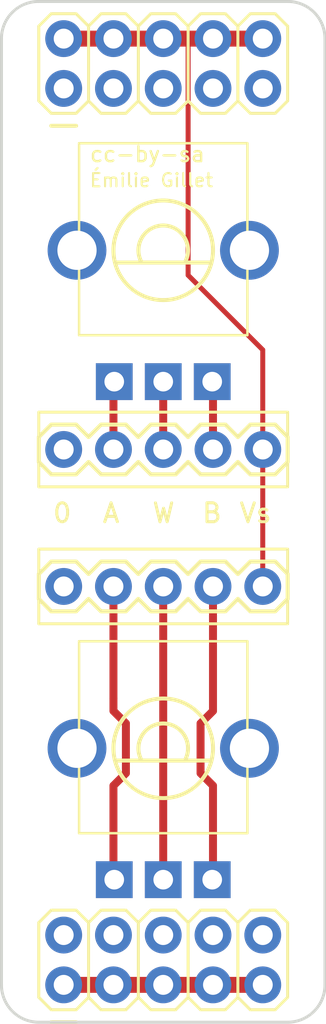
<source format=kicad_pcb>
(kicad_pcb (version 20171130) (host pcbnew 5.0.2+dfsg1-1)

  (general
    (thickness 1.6)
    (drawings 23)
    (tracks 32)
    (zones 0)
    (modules 6)
    (nets 10)
  )

  (page A4)
  (layers
    (0 Top signal)
    (31 Bottom signal)
    (32 B.Adhes user)
    (33 F.Adhes user)
    (34 B.Paste user)
    (35 F.Paste user)
    (36 B.SilkS user)
    (37 F.SilkS user)
    (38 B.Mask user)
    (39 F.Mask user)
    (40 Dwgs.User user)
    (41 Cmts.User user)
    (42 Eco1.User user)
    (43 Eco2.User user)
    (44 Edge.Cuts user)
    (45 Margin user)
    (46 B.CrtYd user)
    (47 F.CrtYd user)
    (48 B.Fab user)
    (49 F.Fab user)
  )

  (setup
    (last_trace_width 0.25)
    (trace_clearance 0.2)
    (zone_clearance 0.508)
    (zone_45_only no)
    (trace_min 0.2)
    (segment_width 0.2)
    (edge_width 0.15)
    (via_size 0.8)
    (via_drill 0.4)
    (via_min_size 0.4)
    (via_min_drill 0.3)
    (uvia_size 0.3)
    (uvia_drill 0.1)
    (uvias_allowed no)
    (uvia_min_size 0.2)
    (uvia_min_drill 0.1)
    (pcb_text_width 0.3)
    (pcb_text_size 1.5 1.5)
    (mod_edge_width 0.15)
    (mod_text_size 1 1)
    (mod_text_width 0.15)
    (pad_size 1.524 1.524)
    (pad_drill 0.762)
    (pad_to_mask_clearance 0.051)
    (solder_mask_min_width 0.25)
    (aux_axis_origin 0 0)
    (visible_elements FFFFFF7F)
    (pcbplotparams
      (layerselection 0x010fc_ffffffff)
      (usegerberextensions false)
      (usegerberattributes false)
      (usegerberadvancedattributes false)
      (creategerberjobfile false)
      (excludeedgelayer true)
      (linewidth 0.100000)
      (plotframeref false)
      (viasonmask false)
      (mode 1)
      (useauxorigin false)
      (hpglpennumber 1)
      (hpglpenspeed 20)
      (hpglpendiameter 15.000000)
      (psnegative false)
      (psa4output false)
      (plotreference true)
      (plotvalue true)
      (plotinvisibletext false)
      (padsonsilk false)
      (subtractmaskfromsilk false)
      (outputformat 1)
      (mirror false)
      (drillshape 1)
      (scaleselection 1)
      (outputdirectory ""))
  )

  (net 0 "")
  (net 1 GND)
  (net 2 VCC)
  (net 3 VEE)
  (net 4 /N$2)
  (net 5 /N$3)
  (net 6 /N$4)
  (net 7 /N$5)
  (net 8 /N$6)
  (net 9 /N$7)

  (net_class Default "Questo è il gruppo di collegamenti predefinito"
    (clearance 0.2)
    (trace_width 0.25)
    (via_dia 0.8)
    (via_drill 0.4)
    (uvia_dia 0.3)
    (uvia_drill 0.1)
    (add_net /N$2)
    (add_net /N$3)
    (add_net /N$4)
    (add_net /N$5)
    (add_net /N$6)
    (add_net /N$7)
    (add_net GND)
    (add_net VCC)
    (add_net VEE)
  )

  (module AVR_ICSP (layer Top) (tedit 0) (tstamp 5F1FF194)
    (at 148.5011 82.1386 90)
    (descr "<b>PIN HEADER</b>")
    (path /5F1FF39A)
    (fp_text reference JP1 (at -2.794 3.302 180) (layer F.SilkS) hide
      (effects (font (size 0.38608 0.38608) (thickness 0.032512)) (justify right top))
    )
    (fp_text value M05X2PTH (at -2.794 0.254 180) (layer F.Fab) hide
      (effects (font (size 0.38608 0.38608) (thickness 0.032512)) (justify right top))
    )
    (fp_poly (pts (xy 1.016 2.794) (xy 1.524 2.794) (xy 1.524 2.286) (xy 1.016 2.286)) (layer F.Fab) (width 0))
    (fp_poly (pts (xy -1.524 2.794) (xy -1.016 2.794) (xy -1.016 2.286) (xy -1.524 2.286)) (layer F.Fab) (width 0))
    (fp_poly (pts (xy -1.524 5.334) (xy -1.016 5.334) (xy -1.016 4.826) (xy -1.524 4.826)) (layer F.Fab) (width 0))
    (fp_poly (pts (xy 1.016 5.334) (xy 1.524 5.334) (xy 1.524 4.826) (xy 1.016 4.826)) (layer F.Fab) (width 0))
    (fp_poly (pts (xy -1.524 0.254) (xy -1.016 0.254) (xy -1.016 -0.254) (xy -1.524 -0.254)) (layer F.SilkS) (width 0))
    (fp_poly (pts (xy 1.016 0.254) (xy 1.524 0.254) (xy 1.524 -0.254) (xy 1.016 -0.254)) (layer F.Fab) (width 0))
    (fp_poly (pts (xy -1.524 -2.286) (xy -1.016 -2.286) (xy -1.016 -2.794) (xy -1.524 -2.794)) (layer F.Fab) (width 0))
    (fp_poly (pts (xy 1.016 -2.286) (xy 1.524 -2.286) (xy 1.524 -2.794) (xy 1.016 -2.794)) (layer F.Fab) (width 0))
    (fp_poly (pts (xy 1.016 -4.826) (xy 1.524 -4.826) (xy 1.524 -5.334) (xy 1.016 -5.334)) (layer F.Fab) (width 0))
    (fp_poly (pts (xy -1.524 -4.826) (xy -1.016 -4.826) (xy -1.016 -5.334) (xy -1.524 -5.334)) (layer F.Fab) (width 0))
    (fp_line (start -3.175 -5.715) (end -3.175 -4.445) (layer F.SilkS) (width 0.2032))
    (fp_line (start -2.54 4.445) (end -2.54 5.715) (layer F.SilkS) (width 0.1524))
    (fp_line (start 1.905 6.35) (end -1.905 6.35) (layer F.SilkS) (width 0.1524))
    (fp_line (start 2.54 5.715) (end 1.905 6.35) (layer F.SilkS) (width 0.1524))
    (fp_line (start 2.54 4.445) (end 2.54 5.715) (layer F.SilkS) (width 0.1524))
    (fp_line (start 1.905 3.81) (end 2.54 4.445) (layer F.SilkS) (width 0.1524))
    (fp_line (start -2.54 5.715) (end -1.905 6.35) (layer F.SilkS) (width 0.1524))
    (fp_line (start -1.905 3.81) (end -2.54 4.445) (layer F.SilkS) (width 0.1524))
    (fp_line (start -2.54 -5.715) (end -2.54 -4.445) (layer F.SilkS) (width 0.1524))
    (fp_line (start -2.54 -3.175) (end -2.54 -1.905) (layer F.SilkS) (width 0.1524))
    (fp_line (start -2.54 -0.635) (end -2.54 0.635) (layer F.SilkS) (width 0.1524))
    (fp_line (start -2.54 1.905) (end -2.54 3.175) (layer F.SilkS) (width 0.1524))
    (fp_line (start 1.905 3.81) (end -1.905 3.81) (layer F.SilkS) (width 0.1524))
    (fp_line (start 1.905 1.27) (end -1.905 1.27) (layer F.SilkS) (width 0.1524))
    (fp_line (start 1.905 -1.27) (end -1.905 -1.27) (layer F.SilkS) (width 0.1524))
    (fp_line (start 1.905 -3.81) (end -1.905 -3.81) (layer F.SilkS) (width 0.1524))
    (fp_line (start 2.54 3.175) (end 1.905 3.81) (layer F.SilkS) (width 0.1524))
    (fp_line (start 2.54 1.905) (end 2.54 3.175) (layer F.SilkS) (width 0.1524))
    (fp_line (start 1.905 1.27) (end 2.54 1.905) (layer F.SilkS) (width 0.1524))
    (fp_line (start 2.54 0.635) (end 1.905 1.27) (layer F.SilkS) (width 0.1524))
    (fp_line (start 2.54 -0.635) (end 2.54 0.635) (layer F.SilkS) (width 0.1524))
    (fp_line (start 1.905 -1.27) (end 2.54 -0.635) (layer F.SilkS) (width 0.1524))
    (fp_line (start 2.54 -1.905) (end 1.905 -1.27) (layer F.SilkS) (width 0.1524))
    (fp_line (start 2.54 -3.175) (end 2.54 -1.905) (layer F.SilkS) (width 0.1524))
    (fp_line (start 1.905 -3.81) (end 2.54 -3.175) (layer F.SilkS) (width 0.1524))
    (fp_line (start 2.54 -4.445) (end 1.905 -3.81) (layer F.SilkS) (width 0.1524))
    (fp_line (start 2.54 -5.715) (end 2.54 -4.445) (layer F.SilkS) (width 0.1524))
    (fp_line (start 1.905 -6.35) (end 2.54 -5.715) (layer F.SilkS) (width 0.1524))
    (fp_line (start -1.905 -6.35) (end 1.905 -6.35) (layer F.SilkS) (width 0.1524))
    (fp_line (start -2.54 3.175) (end -1.905 3.81) (layer F.SilkS) (width 0.1524))
    (fp_line (start -1.905 1.27) (end -2.54 1.905) (layer F.SilkS) (width 0.1524))
    (fp_line (start -2.54 0.635) (end -1.905 1.27) (layer F.SilkS) (width 0.1524))
    (fp_line (start -1.905 -1.27) (end -2.54 -0.635) (layer F.SilkS) (width 0.1524))
    (fp_line (start -2.54 -1.905) (end -1.905 -1.27) (layer F.SilkS) (width 0.1524))
    (fp_line (start -1.905 -3.81) (end -2.54 -3.175) (layer F.SilkS) (width 0.1524))
    (fp_line (start -2.54 -4.445) (end -1.905 -3.81) (layer F.SilkS) (width 0.1524))
    (fp_line (start -1.905 -6.35) (end -2.54 -5.715) (layer F.SilkS) (width 0.1524))
    (pad 10 thru_hole circle (at 1.27 5.08) (size 1.8796 1.8796) (drill 1.016) (layers *.Cu *.Mask)
      (net 2 VCC) (solder_mask_margin 0.1016))
    (pad 9 thru_hole circle (at -1.27 5.08) (size 1.8796 1.8796) (drill 1.016) (layers *.Cu *.Mask)
      (net 1 GND) (solder_mask_margin 0.1016))
    (pad 8 thru_hole circle (at 1.27 2.54) (size 1.8796 1.8796) (drill 1.016) (layers *.Cu *.Mask)
      (net 2 VCC) (solder_mask_margin 0.1016))
    (pad 7 thru_hole circle (at -1.27 2.54) (size 1.8796 1.8796) (drill 1.016) (layers *.Cu *.Mask)
      (net 1 GND) (solder_mask_margin 0.1016))
    (pad 6 thru_hole circle (at 1.27 0) (size 1.8796 1.8796) (drill 1.016) (layers *.Cu *.Mask)
      (net 2 VCC) (solder_mask_margin 0.1016))
    (pad 5 thru_hole circle (at -1.27 0) (size 1.8796 1.8796) (drill 1.016) (layers *.Cu *.Mask)
      (net 1 GND) (solder_mask_margin 0.1016))
    (pad 4 thru_hole circle (at 1.27 -2.54) (size 1.8796 1.8796) (drill 1.016) (layers *.Cu *.Mask)
      (net 2 VCC) (solder_mask_margin 0.1016))
    (pad 3 thru_hole circle (at -1.27 -2.54) (size 1.8796 1.8796) (drill 1.016) (layers *.Cu *.Mask)
      (net 1 GND) (solder_mask_margin 0.1016))
    (pad 2 thru_hole circle (at 1.27 -5.08) (size 1.8796 1.8796) (drill 1.016) (layers *.Cu *.Mask)
      (net 2 VCC) (solder_mask_margin 0.1016))
    (pad 1 thru_hole circle (at -1.27 -5.08) (size 1.8796 1.8796) (drill 1.016) (layers *.Cu *.Mask)
      (net 1 GND) (solder_mask_margin 0.1016))
  )

  (module AVR_ICSP (layer Top) (tedit 0) (tstamp 5F1FF1D0)
    (at 148.5011 127.8586 90)
    (descr "<b>PIN HEADER</b>")
    (path /5F1FF462)
    (fp_text reference JP2 (at -2.794 3.302 180) (layer F.SilkS) hide
      (effects (font (size 0.38608 0.38608) (thickness 0.032512)) (justify right top))
    )
    (fp_text value M05X2PTH (at -2.794 0.254 180) (layer F.Fab) hide
      (effects (font (size 0.38608 0.38608) (thickness 0.032512)) (justify right top))
    )
    (fp_poly (pts (xy 1.016 2.794) (xy 1.524 2.794) (xy 1.524 2.286) (xy 1.016 2.286)) (layer F.Fab) (width 0))
    (fp_poly (pts (xy -1.524 2.794) (xy -1.016 2.794) (xy -1.016 2.286) (xy -1.524 2.286)) (layer F.Fab) (width 0))
    (fp_poly (pts (xy -1.524 5.334) (xy -1.016 5.334) (xy -1.016 4.826) (xy -1.524 4.826)) (layer F.Fab) (width 0))
    (fp_poly (pts (xy 1.016 5.334) (xy 1.524 5.334) (xy 1.524 4.826) (xy 1.016 4.826)) (layer F.Fab) (width 0))
    (fp_poly (pts (xy -1.524 0.254) (xy -1.016 0.254) (xy -1.016 -0.254) (xy -1.524 -0.254)) (layer F.SilkS) (width 0))
    (fp_poly (pts (xy 1.016 0.254) (xy 1.524 0.254) (xy 1.524 -0.254) (xy 1.016 -0.254)) (layer F.Fab) (width 0))
    (fp_poly (pts (xy -1.524 -2.286) (xy -1.016 -2.286) (xy -1.016 -2.794) (xy -1.524 -2.794)) (layer F.Fab) (width 0))
    (fp_poly (pts (xy 1.016 -2.286) (xy 1.524 -2.286) (xy 1.524 -2.794) (xy 1.016 -2.794)) (layer F.Fab) (width 0))
    (fp_poly (pts (xy 1.016 -4.826) (xy 1.524 -4.826) (xy 1.524 -5.334) (xy 1.016 -5.334)) (layer F.Fab) (width 0))
    (fp_poly (pts (xy -1.524 -4.826) (xy -1.016 -4.826) (xy -1.016 -5.334) (xy -1.524 -5.334)) (layer F.Fab) (width 0))
    (fp_line (start -3.175 -5.715) (end -3.175 -4.445) (layer F.SilkS) (width 0.2032))
    (fp_line (start -2.54 4.445) (end -2.54 5.715) (layer F.SilkS) (width 0.1524))
    (fp_line (start 1.905 6.35) (end -1.905 6.35) (layer F.SilkS) (width 0.1524))
    (fp_line (start 2.54 5.715) (end 1.905 6.35) (layer F.SilkS) (width 0.1524))
    (fp_line (start 2.54 4.445) (end 2.54 5.715) (layer F.SilkS) (width 0.1524))
    (fp_line (start 1.905 3.81) (end 2.54 4.445) (layer F.SilkS) (width 0.1524))
    (fp_line (start -2.54 5.715) (end -1.905 6.35) (layer F.SilkS) (width 0.1524))
    (fp_line (start -1.905 3.81) (end -2.54 4.445) (layer F.SilkS) (width 0.1524))
    (fp_line (start -2.54 -5.715) (end -2.54 -4.445) (layer F.SilkS) (width 0.1524))
    (fp_line (start -2.54 -3.175) (end -2.54 -1.905) (layer F.SilkS) (width 0.1524))
    (fp_line (start -2.54 -0.635) (end -2.54 0.635) (layer F.SilkS) (width 0.1524))
    (fp_line (start -2.54 1.905) (end -2.54 3.175) (layer F.SilkS) (width 0.1524))
    (fp_line (start 1.905 3.81) (end -1.905 3.81) (layer F.SilkS) (width 0.1524))
    (fp_line (start 1.905 1.27) (end -1.905 1.27) (layer F.SilkS) (width 0.1524))
    (fp_line (start 1.905 -1.27) (end -1.905 -1.27) (layer F.SilkS) (width 0.1524))
    (fp_line (start 1.905 -3.81) (end -1.905 -3.81) (layer F.SilkS) (width 0.1524))
    (fp_line (start 2.54 3.175) (end 1.905 3.81) (layer F.SilkS) (width 0.1524))
    (fp_line (start 2.54 1.905) (end 2.54 3.175) (layer F.SilkS) (width 0.1524))
    (fp_line (start 1.905 1.27) (end 2.54 1.905) (layer F.SilkS) (width 0.1524))
    (fp_line (start 2.54 0.635) (end 1.905 1.27) (layer F.SilkS) (width 0.1524))
    (fp_line (start 2.54 -0.635) (end 2.54 0.635) (layer F.SilkS) (width 0.1524))
    (fp_line (start 1.905 -1.27) (end 2.54 -0.635) (layer F.SilkS) (width 0.1524))
    (fp_line (start 2.54 -1.905) (end 1.905 -1.27) (layer F.SilkS) (width 0.1524))
    (fp_line (start 2.54 -3.175) (end 2.54 -1.905) (layer F.SilkS) (width 0.1524))
    (fp_line (start 1.905 -3.81) (end 2.54 -3.175) (layer F.SilkS) (width 0.1524))
    (fp_line (start 2.54 -4.445) (end 1.905 -3.81) (layer F.SilkS) (width 0.1524))
    (fp_line (start 2.54 -5.715) (end 2.54 -4.445) (layer F.SilkS) (width 0.1524))
    (fp_line (start 1.905 -6.35) (end 2.54 -5.715) (layer F.SilkS) (width 0.1524))
    (fp_line (start -1.905 -6.35) (end 1.905 -6.35) (layer F.SilkS) (width 0.1524))
    (fp_line (start -2.54 3.175) (end -1.905 3.81) (layer F.SilkS) (width 0.1524))
    (fp_line (start -1.905 1.27) (end -2.54 1.905) (layer F.SilkS) (width 0.1524))
    (fp_line (start -2.54 0.635) (end -1.905 1.27) (layer F.SilkS) (width 0.1524))
    (fp_line (start -1.905 -1.27) (end -2.54 -0.635) (layer F.SilkS) (width 0.1524))
    (fp_line (start -2.54 -1.905) (end -1.905 -1.27) (layer F.SilkS) (width 0.1524))
    (fp_line (start -1.905 -3.81) (end -2.54 -3.175) (layer F.SilkS) (width 0.1524))
    (fp_line (start -2.54 -4.445) (end -1.905 -3.81) (layer F.SilkS) (width 0.1524))
    (fp_line (start -1.905 -6.35) (end -2.54 -5.715) (layer F.SilkS) (width 0.1524))
    (pad 10 thru_hole circle (at 1.27 5.08) (size 1.8796 1.8796) (drill 1.016) (layers *.Cu *.Mask)
      (net 1 GND) (solder_mask_margin 0.1016))
    (pad 9 thru_hole circle (at -1.27 5.08) (size 1.8796 1.8796) (drill 1.016) (layers *.Cu *.Mask)
      (net 3 VEE) (solder_mask_margin 0.1016))
    (pad 8 thru_hole circle (at 1.27 2.54) (size 1.8796 1.8796) (drill 1.016) (layers *.Cu *.Mask)
      (net 1 GND) (solder_mask_margin 0.1016))
    (pad 7 thru_hole circle (at -1.27 2.54) (size 1.8796 1.8796) (drill 1.016) (layers *.Cu *.Mask)
      (net 3 VEE) (solder_mask_margin 0.1016))
    (pad 6 thru_hole circle (at 1.27 0) (size 1.8796 1.8796) (drill 1.016) (layers *.Cu *.Mask)
      (net 1 GND) (solder_mask_margin 0.1016))
    (pad 5 thru_hole circle (at -1.27 0) (size 1.8796 1.8796) (drill 1.016) (layers *.Cu *.Mask)
      (net 3 VEE) (solder_mask_margin 0.1016))
    (pad 4 thru_hole circle (at 1.27 -2.54) (size 1.8796 1.8796) (drill 1.016) (layers *.Cu *.Mask)
      (net 1 GND) (solder_mask_margin 0.1016))
    (pad 3 thru_hole circle (at -1.27 -2.54) (size 1.8796 1.8796) (drill 1.016) (layers *.Cu *.Mask)
      (net 3 VEE) (solder_mask_margin 0.1016))
    (pad 2 thru_hole circle (at 1.27 -5.08) (size 1.8796 1.8796) (drill 1.016) (layers *.Cu *.Mask)
      (net 1 GND) (solder_mask_margin 0.1016))
    (pad 1 thru_hole circle (at -1.27 -5.08) (size 1.8796 1.8796) (drill 1.016) (layers *.Cu *.Mask)
      (net 3 VEE) (solder_mask_margin 0.1016))
  )

  (module ALPS_POT_VERTICAL (layer Top) (tedit 0) (tstamp 5F1FF20C)
    (at 148.5011 91.6636 180)
    (path /5F1FF8AE)
    (fp_text reference R23 (at 0 0 180) (layer F.SilkS) hide
      (effects (font (size 1.27 1.27) (thickness 0.15)) (justify right top))
    )
    (fp_text value 10kB (at 0 0 180) (layer F.SilkS) hide
      (effects (font (size 1.27 1.27) (thickness 0.15)) (justify right top))
    )
    (fp_circle (center 0 0) (end 2.54 0) (layer F.SilkS) (width 0.2032))
    (fp_line (start -2.45 -0.625) (end 2.425 -0.625) (layer F.SilkS) (width 0.2032))
    (fp_line (start -1.1 -0.625) (end 1.1 -0.625) (layer F.SilkS) (width 0.2032))
    (fp_arc (start 0 0) (end -1.1 -0.625) (angle -239.208901) (layer F.SilkS) (width 0.2032))
    (fp_line (start 4.295 -4.33) (end 4.295 5.46) (layer F.SilkS) (width 0.127))
    (fp_line (start -4.295 -4.33) (end 4.295 -4.33) (layer F.SilkS) (width 0.127))
    (fp_line (start -4.295 5.46) (end -4.295 -4.33) (layer F.SilkS) (width 0.127))
    (fp_line (start 4.295 5.46) (end -4.295 5.46) (layer F.SilkS) (width 0.127))
    (pad P$5 thru_hole circle (at 4.4 0 90) (size 3 3) (drill 2) (layers *.Cu *.Mask)
      (solder_mask_margin 0.1016))
    (pad P$4 thru_hole circle (at -4.4 0 90) (size 3 3) (drill 2) (layers *.Cu *.Mask)
      (solder_mask_margin 0.1016))
    (pad P$3 thru_hole rect (at 2.5 -6.7 90) (size 1.8796 1.8796) (drill 1) (layers *.Cu *.Mask)
      (net 6 /N$4) (solder_mask_margin 0.1016))
    (pad P$2 thru_hole rect (at 0 -6.7 90) (size 1.8796 1.8796) (drill 1) (layers *.Cu *.Mask)
      (net 5 /N$3) (solder_mask_margin 0.1016))
    (pad P$1 thru_hole rect (at -2.5 -6.7 90) (size 1.8796 1.8796) (drill 1) (layers *.Cu *.Mask)
      (net 4 /N$2) (solder_mask_margin 0.1016))
  )

  (module 1X05 (layer Top) (tedit 0) (tstamp 5F1FF21C)
    (at 143.4211 101.8236)
    (path /5F1FF52A)
    (fp_text reference JP3 (at -1.3462 -1.8288) (layer F.SilkS) hide
      (effects (font (size 1.2065 1.2065) (thickness 0.127)) (justify left bottom))
    )
    (fp_text value ~ (at -1.27 3.175) (layer F.Fab)
      (effects (font (size 1.2065 1.2065) (thickness 0.09652)) (justify left bottom))
    )
    (fp_poly (pts (xy -0.254 0.254) (xy 0.254 0.254) (xy 0.254 -0.254) (xy -0.254 -0.254)) (layer F.Fab) (width 0))
    (fp_poly (pts (xy 2.286 0.254) (xy 2.794 0.254) (xy 2.794 -0.254) (xy 2.286 -0.254)) (layer F.Fab) (width 0))
    (fp_poly (pts (xy 4.826 0.254) (xy 5.334 0.254) (xy 5.334 -0.254) (xy 4.826 -0.254)) (layer F.Fab) (width 0))
    (fp_poly (pts (xy 7.366 0.254) (xy 7.874 0.254) (xy 7.874 -0.254) (xy 7.366 -0.254)) (layer F.Fab) (width 0))
    (fp_poly (pts (xy 9.906 0.254) (xy 10.414 0.254) (xy 10.414 -0.254) (xy 9.906 -0.254)) (layer F.Fab) (width 0))
    (fp_line (start 11.43 -0.635) (end 11.43 0.635) (layer F.SilkS) (width 0.2032))
    (fp_line (start 0.635 1.27) (end -0.635 1.27) (layer F.SilkS) (width 0.2032))
    (fp_line (start -1.27 0.635) (end -0.635 1.27) (layer F.SilkS) (width 0.2032))
    (fp_line (start -0.635 -1.27) (end -1.27 -0.635) (layer F.SilkS) (width 0.2032))
    (fp_line (start -1.27 -0.635) (end -1.27 0.635) (layer F.SilkS) (width 0.2032))
    (fp_line (start 1.905 1.27) (end 1.27 0.635) (layer F.SilkS) (width 0.2032))
    (fp_line (start 3.175 1.27) (end 1.905 1.27) (layer F.SilkS) (width 0.2032))
    (fp_line (start 3.81 0.635) (end 3.175 1.27) (layer F.SilkS) (width 0.2032))
    (fp_line (start 3.175 -1.27) (end 3.81 -0.635) (layer F.SilkS) (width 0.2032))
    (fp_line (start 1.905 -1.27) (end 3.175 -1.27) (layer F.SilkS) (width 0.2032))
    (fp_line (start 1.27 -0.635) (end 1.905 -1.27) (layer F.SilkS) (width 0.2032))
    (fp_line (start 1.27 0.635) (end 0.635 1.27) (layer F.SilkS) (width 0.2032))
    (fp_line (start 0.635 -1.27) (end 1.27 -0.635) (layer F.SilkS) (width 0.2032))
    (fp_line (start -0.635 -1.27) (end 0.635 -1.27) (layer F.SilkS) (width 0.2032))
    (fp_line (start 8.255 1.27) (end 6.985 1.27) (layer F.SilkS) (width 0.2032))
    (fp_line (start 6.35 0.635) (end 6.985 1.27) (layer F.SilkS) (width 0.2032))
    (fp_line (start 6.985 -1.27) (end 6.35 -0.635) (layer F.SilkS) (width 0.2032))
    (fp_line (start 4.445 1.27) (end 3.81 0.635) (layer F.SilkS) (width 0.2032))
    (fp_line (start 5.715 1.27) (end 4.445 1.27) (layer F.SilkS) (width 0.2032))
    (fp_line (start 6.35 0.635) (end 5.715 1.27) (layer F.SilkS) (width 0.2032))
    (fp_line (start 5.715 -1.27) (end 6.35 -0.635) (layer F.SilkS) (width 0.2032))
    (fp_line (start 4.445 -1.27) (end 5.715 -1.27) (layer F.SilkS) (width 0.2032))
    (fp_line (start 3.81 -0.635) (end 4.445 -1.27) (layer F.SilkS) (width 0.2032))
    (fp_line (start 9.525 1.27) (end 8.89 0.635) (layer F.SilkS) (width 0.2032))
    (fp_line (start 10.795 1.27) (end 9.525 1.27) (layer F.SilkS) (width 0.2032))
    (fp_line (start 11.43 0.635) (end 10.795 1.27) (layer F.SilkS) (width 0.2032))
    (fp_line (start 10.795 -1.27) (end 11.43 -0.635) (layer F.SilkS) (width 0.2032))
    (fp_line (start 9.525 -1.27) (end 10.795 -1.27) (layer F.SilkS) (width 0.2032))
    (fp_line (start 8.89 -0.635) (end 9.525 -1.27) (layer F.SilkS) (width 0.2032))
    (fp_line (start 8.89 0.635) (end 8.255 1.27) (layer F.SilkS) (width 0.2032))
    (fp_line (start 8.255 -1.27) (end 8.89 -0.635) (layer F.SilkS) (width 0.2032))
    (fp_line (start 6.985 -1.27) (end 8.255 -1.27) (layer F.SilkS) (width 0.2032))
    (pad 5 thru_hole circle (at 10.16 0 90) (size 1.8796 1.8796) (drill 1.016) (layers *.Cu *.Mask)
      (net 2 VCC) (solder_mask_margin 0.1016))
    (pad 4 thru_hole circle (at 7.62 0 90) (size 1.8796 1.8796) (drill 1.016) (layers *.Cu *.Mask)
      (net 4 /N$2) (solder_mask_margin 0.1016))
    (pad 3 thru_hole circle (at 5.08 0 90) (size 1.8796 1.8796) (drill 1.016) (layers *.Cu *.Mask)
      (net 5 /N$3) (solder_mask_margin 0.1016))
    (pad 2 thru_hole circle (at 2.54 0 90) (size 1.8796 1.8796) (drill 1.016) (layers *.Cu *.Mask)
      (net 6 /N$4) (solder_mask_margin 0.1016))
    (pad 1 thru_hole circle (at 0 0 90) (size 1.8796 1.8796) (drill 1.016) (layers *.Cu *.Mask)
      (net 1 GND) (solder_mask_margin 0.1016))
  )

  (module ALPS_POT_VERTICAL (layer Top) (tedit 0) (tstamp 5F1FF249)
    (at 148.5011 117.0636 180)
    (path /5F1FF7E6)
    (fp_text reference R1 (at 0 0 180) (layer F.SilkS) hide
      (effects (font (size 1.27 1.27) (thickness 0.15)) (justify right top))
    )
    (fp_text value 10kB (at 0 0 180) (layer F.SilkS) hide
      (effects (font (size 1.27 1.27) (thickness 0.15)) (justify right top))
    )
    (fp_circle (center 0 0) (end 2.54 0) (layer F.SilkS) (width 0.2032))
    (fp_line (start -2.45 -0.625) (end 2.425 -0.625) (layer F.SilkS) (width 0.2032))
    (fp_line (start -1.1 -0.625) (end 1.1 -0.625) (layer F.SilkS) (width 0.2032))
    (fp_arc (start 0 0) (end -1.1 -0.625) (angle -239.208901) (layer F.SilkS) (width 0.2032))
    (fp_line (start 4.295 -4.33) (end 4.295 5.46) (layer F.SilkS) (width 0.127))
    (fp_line (start -4.295 -4.33) (end 4.295 -4.33) (layer F.SilkS) (width 0.127))
    (fp_line (start -4.295 5.46) (end -4.295 -4.33) (layer F.SilkS) (width 0.127))
    (fp_line (start 4.295 5.46) (end -4.295 5.46) (layer F.SilkS) (width 0.127))
    (pad P$5 thru_hole circle (at 4.4 0 90) (size 3 3) (drill 2) (layers *.Cu *.Mask)
      (solder_mask_margin 0.1016))
    (pad P$4 thru_hole circle (at -4.4 0 90) (size 3 3) (drill 2) (layers *.Cu *.Mask)
      (solder_mask_margin 0.1016))
    (pad P$3 thru_hole rect (at 2.5 -6.7 90) (size 1.8796 1.8796) (drill 1) (layers *.Cu *.Mask)
      (net 9 /N$7) (solder_mask_margin 0.1016))
    (pad P$2 thru_hole rect (at 0 -6.7 90) (size 1.8796 1.8796) (drill 1) (layers *.Cu *.Mask)
      (net 8 /N$6) (solder_mask_margin 0.1016))
    (pad P$1 thru_hole rect (at -2.5 -6.7 90) (size 1.8796 1.8796) (drill 1) (layers *.Cu *.Mask)
      (net 7 /N$5) (solder_mask_margin 0.1016))
  )

  (module 1X05 (layer Top) (tedit 0) (tstamp 5F1FF259)
    (at 143.4211 108.8086)
    (path /5F1FF5F2)
    (fp_text reference JP4 (at -1.3462 -1.8288) (layer F.SilkS) hide
      (effects (font (size 1.2065 1.2065) (thickness 0.127)) (justify left bottom))
    )
    (fp_text value ~ (at -1.27 3.175) (layer F.Fab)
      (effects (font (size 1.2065 1.2065) (thickness 0.09652)) (justify left bottom))
    )
    (fp_poly (pts (xy -0.254 0.254) (xy 0.254 0.254) (xy 0.254 -0.254) (xy -0.254 -0.254)) (layer F.Fab) (width 0))
    (fp_poly (pts (xy 2.286 0.254) (xy 2.794 0.254) (xy 2.794 -0.254) (xy 2.286 -0.254)) (layer F.Fab) (width 0))
    (fp_poly (pts (xy 4.826 0.254) (xy 5.334 0.254) (xy 5.334 -0.254) (xy 4.826 -0.254)) (layer F.Fab) (width 0))
    (fp_poly (pts (xy 7.366 0.254) (xy 7.874 0.254) (xy 7.874 -0.254) (xy 7.366 -0.254)) (layer F.Fab) (width 0))
    (fp_poly (pts (xy 9.906 0.254) (xy 10.414 0.254) (xy 10.414 -0.254) (xy 9.906 -0.254)) (layer F.Fab) (width 0))
    (fp_line (start 11.43 -0.635) (end 11.43 0.635) (layer F.SilkS) (width 0.2032))
    (fp_line (start 0.635 1.27) (end -0.635 1.27) (layer F.SilkS) (width 0.2032))
    (fp_line (start -1.27 0.635) (end -0.635 1.27) (layer F.SilkS) (width 0.2032))
    (fp_line (start -0.635 -1.27) (end -1.27 -0.635) (layer F.SilkS) (width 0.2032))
    (fp_line (start -1.27 -0.635) (end -1.27 0.635) (layer F.SilkS) (width 0.2032))
    (fp_line (start 1.905 1.27) (end 1.27 0.635) (layer F.SilkS) (width 0.2032))
    (fp_line (start 3.175 1.27) (end 1.905 1.27) (layer F.SilkS) (width 0.2032))
    (fp_line (start 3.81 0.635) (end 3.175 1.27) (layer F.SilkS) (width 0.2032))
    (fp_line (start 3.175 -1.27) (end 3.81 -0.635) (layer F.SilkS) (width 0.2032))
    (fp_line (start 1.905 -1.27) (end 3.175 -1.27) (layer F.SilkS) (width 0.2032))
    (fp_line (start 1.27 -0.635) (end 1.905 -1.27) (layer F.SilkS) (width 0.2032))
    (fp_line (start 1.27 0.635) (end 0.635 1.27) (layer F.SilkS) (width 0.2032))
    (fp_line (start 0.635 -1.27) (end 1.27 -0.635) (layer F.SilkS) (width 0.2032))
    (fp_line (start -0.635 -1.27) (end 0.635 -1.27) (layer F.SilkS) (width 0.2032))
    (fp_line (start 8.255 1.27) (end 6.985 1.27) (layer F.SilkS) (width 0.2032))
    (fp_line (start 6.35 0.635) (end 6.985 1.27) (layer F.SilkS) (width 0.2032))
    (fp_line (start 6.985 -1.27) (end 6.35 -0.635) (layer F.SilkS) (width 0.2032))
    (fp_line (start 4.445 1.27) (end 3.81 0.635) (layer F.SilkS) (width 0.2032))
    (fp_line (start 5.715 1.27) (end 4.445 1.27) (layer F.SilkS) (width 0.2032))
    (fp_line (start 6.35 0.635) (end 5.715 1.27) (layer F.SilkS) (width 0.2032))
    (fp_line (start 5.715 -1.27) (end 6.35 -0.635) (layer F.SilkS) (width 0.2032))
    (fp_line (start 4.445 -1.27) (end 5.715 -1.27) (layer F.SilkS) (width 0.2032))
    (fp_line (start 3.81 -0.635) (end 4.445 -1.27) (layer F.SilkS) (width 0.2032))
    (fp_line (start 9.525 1.27) (end 8.89 0.635) (layer F.SilkS) (width 0.2032))
    (fp_line (start 10.795 1.27) (end 9.525 1.27) (layer F.SilkS) (width 0.2032))
    (fp_line (start 11.43 0.635) (end 10.795 1.27) (layer F.SilkS) (width 0.2032))
    (fp_line (start 10.795 -1.27) (end 11.43 -0.635) (layer F.SilkS) (width 0.2032))
    (fp_line (start 9.525 -1.27) (end 10.795 -1.27) (layer F.SilkS) (width 0.2032))
    (fp_line (start 8.89 -0.635) (end 9.525 -1.27) (layer F.SilkS) (width 0.2032))
    (fp_line (start 8.89 0.635) (end 8.255 1.27) (layer F.SilkS) (width 0.2032))
    (fp_line (start 8.255 -1.27) (end 8.89 -0.635) (layer F.SilkS) (width 0.2032))
    (fp_line (start 6.985 -1.27) (end 8.255 -1.27) (layer F.SilkS) (width 0.2032))
    (pad 5 thru_hole circle (at 10.16 0 90) (size 1.8796 1.8796) (drill 1.016) (layers *.Cu *.Mask)
      (net 2 VCC) (solder_mask_margin 0.1016))
    (pad 4 thru_hole circle (at 7.62 0 90) (size 1.8796 1.8796) (drill 1.016) (layers *.Cu *.Mask)
      (net 7 /N$5) (solder_mask_margin 0.1016))
    (pad 3 thru_hole circle (at 5.08 0 90) (size 1.8796 1.8796) (drill 1.016) (layers *.Cu *.Mask)
      (net 8 /N$6) (solder_mask_margin 0.1016))
    (pad 2 thru_hole circle (at 2.54 0 90) (size 1.8796 1.8796) (drill 1.016) (layers *.Cu *.Mask)
      (net 9 /N$7) (solder_mask_margin 0.1016))
    (pad 1 thru_hole circle (at 0 0 90) (size 1.8796 1.8796) (drill 1.016) (layers *.Cu *.Mask)
      (net 1 GND) (solder_mask_margin 0.1016))
  )

  (gr_arc (start 154.8511 129.1286) (end 154.8511 131.0336) (angle -90) (layer Edge.Cuts) (width 0.15) (tstamp 55E2CB207C50))
  (gr_line (start 156.7561 129.1286) (end 156.7561 80.8686) (layer Edge.Cuts) (width 0.15) (tstamp 55E2CB2081C0))
  (gr_arc (start 154.8611 80.8686) (end 156.7561 80.8686) (angle -90) (layer Edge.Cuts) (width 0.15) (tstamp 55E2CB208640))
  (gr_line (start 154.8611 78.9736) (end 142.1411 78.9736) (layer Edge.Cuts) (width 0.15) (tstamp 55E2CAB8C3E0))
  (gr_arc (start 142.1411 80.8686) (end 142.1411 78.9736) (angle -90) (layer Edge.Cuts) (width 0.15) (tstamp 55E2CAB8C8A0))
  (gr_line (start 140.2461 80.8686) (end 140.2461 129.1286) (layer Edge.Cuts) (width 0.15) (tstamp 55E2CAB8CDF0))
  (gr_arc (start 142.1511 129.1286) (end 140.2461 129.1286) (angle -90) (layer Edge.Cuts) (width 0.15) (tstamp 55E2C9FBA290))
  (gr_line (start 142.1511 131.0336) (end 154.8511 131.0336) (layer Edge.Cuts) (width 0.15) (tstamp 55E2C9FBA7E0))
  (gr_line (start 142.1511 99.9186) (end 142.1511 103.7286) (layer F.SilkS) (width 0.15) (tstamp 55E2C9FBACA0))
  (gr_line (start 142.1511 103.7286) (end 154.8511 103.7286) (layer F.SilkS) (width 0.15) (tstamp 55E2CABAC160))
  (gr_line (start 154.8511 103.7286) (end 154.8511 99.9186) (layer F.SilkS) (width 0.15) (tstamp 55E2CABAC650))
  (gr_line (start 154.8511 99.9186) (end 142.1511 99.9186) (layer F.SilkS) (width 0.15) (tstamp 55E2CABACB10))
  (gr_line (start 142.1511 106.9036) (end 142.1511 110.7136) (layer F.SilkS) (width 0.15) (tstamp 55E2CABA5800))
  (gr_line (start 142.1511 110.7136) (end 154.8511 110.7136) (layer F.SilkS) (width 0.15) (tstamp 55E2CABA5CB0))
  (gr_line (start 154.8511 110.7136) (end 154.8511 106.9036) (layer F.SilkS) (width 0.15) (tstamp 55E2CABA6190))
  (gr_line (start 154.8511 106.9036) (end 142.1511 106.9036) (layer F.SilkS) (width 0.15) (tstamp 55E2CABA6670))
  (gr_text 0 (at 142.7861 105.6336) (layer F.SilkS) (tstamp 55E2C9FD5420)
    (effects (font (size 0.9652 0.9652) (thickness 0.1524)) (justify left bottom))
  )
  (gr_text Vs (at 152.3111 105.6336) (layer F.SilkS) (tstamp 55E2C9FD5930)
    (effects (font (size 0.9652 0.9652) (thickness 0.1524)) (justify left bottom))
  )
  (gr_text W (at 147.8661 105.6336) (layer F.SilkS) (tstamp 55E2C9FD5E10)
    (effects (font (size 0.9652 0.9652) (thickness 0.1524)) (justify left bottom))
  )
  (gr_text A (at 145.3261 105.6336) (layer F.SilkS) (tstamp 55E2CB24C6A0)
    (effects (font (size 0.9652 0.9652) (thickness 0.1524)) (justify left bottom))
  )
  (gr_text B (at 150.4061 105.6336) (layer F.SilkS) (tstamp 55E2CB24CB80)
    (effects (font (size 0.9652 0.9652) (thickness 0.1524)) (justify left bottom))
  )
  (gr_text cc-by-sa (at 144.6911 87.2186) (layer F.SilkS) (tstamp 55E2CB24D060)
    (effects (font (size 0.77216 0.77216) (thickness 0.12192)) (justify left bottom))
  )
  (gr_text "Émilie Gillet" (at 144.6911 88.4886) (layer F.SilkS) (tstamp 55E2CAB7A140)
    (effects (font (size 0.67564 0.67564) (thickness 0.10668)) (justify left bottom))
  )

  (segment (start 145.9611 80.8686) (end 143.4211 80.8686) (width 0.8128) (layer Top) (net 2) (tstamp 55E2CB273C00))
  (segment (start 148.5011 80.8686) (end 145.9611 80.8686) (width 0.8128) (layer Top) (net 2) (tstamp 55E2CB274100))
  (segment (start 149.7711 80.8686) (end 148.5011 80.8686) (width 0.8128) (layer Top) (net 2) (tstamp 55E2CB2745D0))
  (segment (start 149.7711 80.8686) (end 151.0411 80.8686) (width 0.8128) (layer Top) (net 2) (tstamp 55E2CB274AA0))
  (segment (start 151.0411 80.8686) (end 153.5811 80.8686) (width 0.8128) (layer Top) (net 2) (tstamp 55E2CAB5E000))
  (segment (start 153.5811 101.8236) (end 153.5811 96.7436) (width 0.254) (layer Top) (net 2) (tstamp 55E2CAB5E4D0))
  (segment (start 153.5811 108.8086) (end 153.5811 101.8236) (width 0.254) (layer Top) (net 2) (tstamp 55E2CAB5E9E0))
  (segment (start 153.5811 96.7436) (end 149.7711 92.9336) (width 0.254) (layer Top) (net 2) (tstamp 55E2CAB5EEB0))
  (segment (start 149.7711 92.9336) (end 149.7711 80.8686) (width 0.254) (layer Top) (net 2) (tstamp 55E2CAB5F390))
  (segment (start 143.4211 129.1286) (end 145.9611 129.1286) (width 0.8128) (layer Top) (net 3) (tstamp 55E2C9E40D30))
  (segment (start 145.9611 129.1286) (end 148.5011 129.1286) (width 0.8128) (layer Top) (net 3) (tstamp 55E2C9E41230))
  (segment (start 148.5011 129.1286) (end 151.0411 129.1286) (width 0.8128) (layer Top) (net 3) (tstamp 55E2C9E41700))
  (segment (start 151.0411 129.1286) (end 153.5811 129.1286) (width 0.8128) (layer Top) (net 3) (tstamp 55E2C9E41BD0))
  (segment (start 151.0411 98.4036) (end 151.0011 98.3636) (width 0.4064) (layer Top) (net 4) (tstamp 55E2C9E42600))
  (segment (start 151.0411 101.8236) (end 151.0411 98.4036) (width 0.4064) (layer Top) (net 4) (tstamp 55E2C9E03530))
  (segment (start 148.5011 101.8236) (end 148.5011 98.3636) (width 0.4064) (layer Top) (net 5) (tstamp 55E2C9E03F80))
  (segment (start 145.9611 98.4036) (end 146.0011 98.3636) (width 0.4064) (layer Top) (net 6) (tstamp 55E2C9E04A00))
  (segment (start 145.9611 101.8236) (end 145.9611 98.4036) (width 0.4064) (layer Top) (net 6) (tstamp 55E2C9E04F20))
  (segment (start 151.0011 123.7636) (end 151.0411 123.7236) (width 0.4064) (layer Top) (net 7) (tstamp 55E2C9E05970))
  (segment (start 151.0411 123.7236) (end 151.0411 118.9686) (width 0.4064) (layer Top) (net 7) (tstamp 55E2C9E05E90))
  (segment (start 151.0411 118.9686) (end 150.4061 118.3336) (width 0.4064) (layer Top) (net 7) (tstamp 55E2C9E06370))
  (segment (start 150.4061 118.3336) (end 150.4061 115.7936) (width 0.4064) (layer Top) (net 7) (tstamp 55E2C9E06850))
  (segment (start 150.4061 115.7936) (end 151.0411 115.1586) (width 0.4064) (layer Top) (net 7) (tstamp 55E2C9E06D40))
  (segment (start 151.0411 115.1586) (end 151.0411 108.8086) (width 0.4064) (layer Top) (net 7) (tstamp 55E2C9E07220))
  (segment (start 148.5011 123.7636) (end 148.5011 108.8086) (width 0.4064) (layer Top) (net 8) (tstamp 55E2C9E07C50))
  (segment (start 146.0011 123.7636) (end 145.9611 123.7236) (width 0.4064) (layer Top) (net 9) (tstamp 55E2C9E086C0))
  (segment (start 145.9611 123.7236) (end 145.9611 118.9686) (width 0.4064) (layer Top) (net 9) (tstamp 55E2C9E08BE0))
  (segment (start 145.9611 118.9686) (end 146.5961 118.3336) (width 0.4064) (layer Top) (net 9) (tstamp 55E2C9E090C0))
  (segment (start 146.5961 118.3336) (end 146.5961 115.7936) (width 0.4064) (layer Top) (net 9) (tstamp 55E2C9E095A0))
  (segment (start 146.5961 115.7936) (end 145.9611 115.1586) (width 0.4064) (layer Top) (net 9) (tstamp 55E2C9E09A90))
  (segment (start 145.9611 115.1586) (end 145.9611 114.5236) (width 0.4064) (layer Top) (net 9) (tstamp 55E2C9E09F70))
  (segment (start 145.9611 114.5236) (end 145.9611 108.8086) (width 0.4064) (layer Top) (net 9) (tstamp 55E2C9E0A450))

  (zone (net 1) (net_name GND) (layer Bottom) (tstamp 55E2CA9A49A0) (hatch edge 0.508)
    (priority 6)
    (connect_pads (clearance 0.000001))
    (min_thickness 0.254)
    (fill (arc_segments 32) (thermal_gap 0.304) (thermal_bridge_width 0.304))
    (polygon
      (pts
        (xy 154.8511 131.0336) (xy 155.149108 131.010146) (xy 155.439777 130.940363) (xy 155.715952 130.825967) (xy 155.970831 130.669777)
        (xy 156.198138 130.475638) (xy 156.392277 130.248331) (xy 156.548467 129.993452) (xy 156.662863 129.717277) (xy 156.7561 129.1286)
        (xy 156.7561 80.8686) (xy 156.732646 80.570592) (xy 156.662863 80.279923) (xy 156.548467 80.003748) (xy 156.392277 79.748869)
        (xy 156.198138 79.521562) (xy 155.970831 79.327423) (xy 155.715952 79.171233) (xy 155.439777 79.056837) (xy 154.8511 78.9636)
        (xy 142.1511 78.9636) (xy 141.853092 78.987054) (xy 141.562423 79.056837) (xy 141.286248 79.171233) (xy 141.031369 79.327423)
        (xy 140.804062 79.521562) (xy 140.609923 79.748869) (xy 140.453733 80.003748) (xy 140.339337 80.279923) (xy 140.2461 80.8686)
        (xy 140.2461 129.1286) (xy 140.269554 129.426608) (xy 140.339337 129.717277) (xy 140.453733 129.993452) (xy 140.609923 130.248331)
        (xy 140.804062 130.475638) (xy 141.031369 130.669777) (xy 141.286248 130.825967) (xy 141.562423 130.940363) (xy 142.1511 131.0336)
      )
    )
  )
)

</source>
